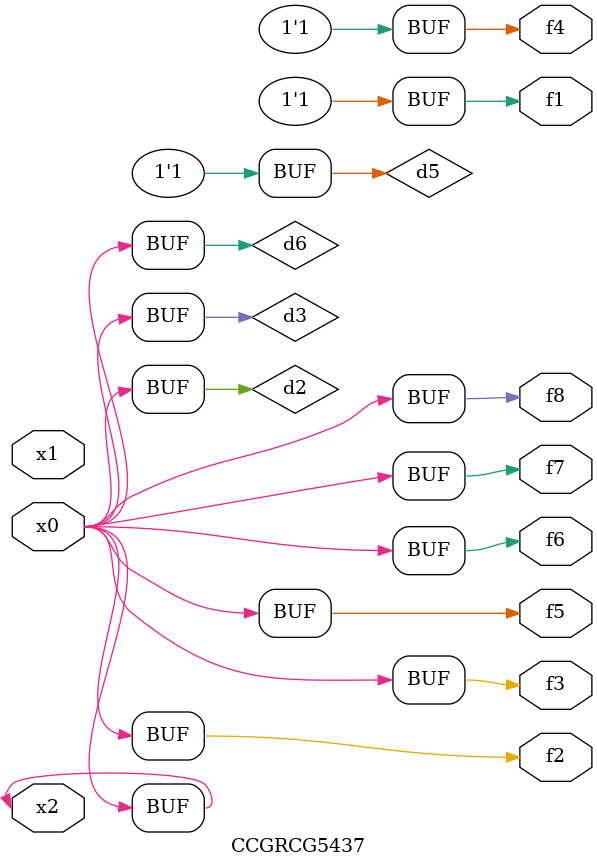
<source format=v>
module CCGRCG5437(
	input x0, x1, x2,
	output f1, f2, f3, f4, f5, f6, f7, f8
);

	wire d1, d2, d3, d4, d5, d6;

	xnor (d1, x2);
	buf (d2, x0, x2);
	and (d3, x0);
	xnor (d4, x1, x2);
	nand (d5, d1, d3);
	buf (d6, d2, d3);
	assign f1 = d5;
	assign f2 = d6;
	assign f3 = d6;
	assign f4 = d5;
	assign f5 = d6;
	assign f6 = d6;
	assign f7 = d6;
	assign f8 = d6;
endmodule

</source>
